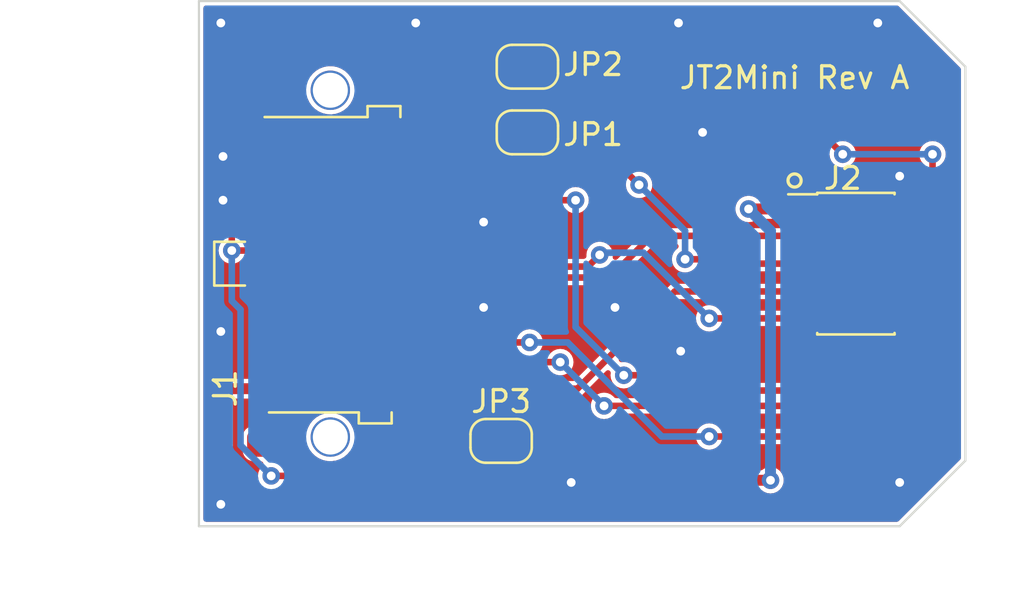
<source format=kicad_pcb>
(kicad_pcb (version 20211014) (generator pcbnew)
  (title_block (title "J-Trace to MiniSimimplicity adapter") (date "2023-06-08") (rev "A") (company "DrZWave"))
  (layers (0 "F.Cu" signal) (31 "B.Cu" signal) (34 "B.Paste" user) (35 "F.Paste" user) (36 "B.SilkS" user "B.Silkscreen") (37 "F.SilkS" user "F.Silkscreen") (38 "B.Mask" user) (39 "F.Mask" user) (44 "Edge.Cuts" user))
  (net 0 "")
  (net 1 "/TRACED3")
  (net 2 "/TX")
  (net 3 "/TRACED4")
  (net 4 "/RX")
  (net 5 "/5V")
  (net 6 "/VMCU")
  (net 7 "/SWDIO")
  (net 8 "GND")
  (net 9 "/SWCLK")
  (net 10 "/SWO_TRACED1")
  (net 14 "/RESET_N")
  (net 15 "/TRACECLK")
  (net 16 "/TRACED2")
  (footprint "JT2Mini:PinHeader_2x10_P1.27mm_Greenconn" (layer "F.Cu") (at 125 110)
    (fp_text reference "J1" (at -4.8 5.7 -90) (layer "F.SilkS"))
    (fp_text value "CBE224")
    (fp_line (start 1.3 7.3) (end 2.8 7.3) (layer "F.SilkS") (width 0.12))
    (fp_line (start 1.3 6.8) (end 1.3 7.3) (layer "F.SilkS") (width 0.12))
    (fp_line (start -5.3 -1) (end -5.3 1) (layer "F.SilkS") (width 0.12))
    (fp_line (start 1.7 -6.7) (end 1.7 -7.2) (layer "F.SilkS") (width 0.12))
    (fp_line (start 3.2 -7.2) (end 3.2 -6.7) (layer "F.SilkS") (width 0.12))
    (fp_line (start 1.7 -7.2) (end 3.2 -7.2) (layer "F.SilkS") (width 0.12))
    (fp_line (start 2.8 7.3) (end 2.8 6.8) (layer "F.SilkS") (width 0.12))
    (fp_line (start 1.7 -6.7) (end -3 -6.7) (layer "F.SilkS") (width 0.12))
    (fp_line (start -3.9 -1) (end -5.3 -1) (layer "F.SilkS") (width 0.12))
    (fp_line (start -5.3 1) (end -3.9 1) (layer "F.SilkS") (width 0.12))
    (fp_line (start -2.8 6.8) (end 1.3 6.8) (layer "F.SilkS") (width 0.12))
    (pad "" smd roundrect (at 2.55 8.225) (size 2.5 1.2) (layers "F.Cu" "F.Paste" "F.Mask"))
    (pad "" np_thru_hole circle (at 0 7.925) (size 1.8 1.8) (drill 1.6) (layers F&B.Cu *.Mask))
    (pad "" np_thru_hole circle (at 0 -7.925) (size 1.8 1.8) (drill 1.6) (layers F&B.Cu *.Mask))
    (pad "" smd roundrect (at -2.55 8.225) (size 2.5 1.2) (layers "F.Cu" "F.Paste" "F.Mask"))
    (pad "" smd roundrect (at 2.55 -8.225) (size 2.5 1.2) (layers "F.Cu" "F.Paste" "F.Mask"))
    (pad "" smd roundrect (at -2.55 -8.225) (size 2.5 1.2) (layers "F.Cu" "F.Paste" "F.Mask"))
    (pad "1" smd rect (at -1.95 5.715) (size 2.4 0.74) (layers "F.Cu" "F.Paste" "F.Mask") (net 6 "/VMCU"))
    (pad "2" smd rect (at 1.95 5.715) (size 2.4 0.74) (layers "F.Cu" "F.Paste" "F.Mask") (net 7 "/SWDIO"))
    (pad "3" smd rect (at -1.95 4.445) (size 2.4 0.74) (layers "F.Cu" "F.Paste" "F.Mask") (net 8 "GND"))
    (pad "4" smd rect (at 1.95 4.445) (size 2.4 0.74) (layers "F.Cu" "F.Paste" "F.Mask") (net 9 "/SWCLK"))
    (pad "5" smd rect (at -1.95 3.175) (size 2.4 0.74) (layers "F.Cu" "F.Paste" "F.Mask") (net 8 "GND"))
    (pad "6" smd rect (at 1.95 3.175) (size 2.4 0.74) (layers "F.Cu" "F.Paste" "F.Mask") (net 10 "/SWO_TRACED1"))
    (pad "7" smd rect (at -1.95 1.905) (size 2.4 0.74) (layers "F.Cu" "F.Paste" "F.Mask"))
    (pad "8" smd rect (at 1.95 1.905) (size 2.4 0.74) (layers "F.Cu" "F.Paste" "F.Mask"))
    (pad "9" smd rect (at -1.95 0.635) (size 2.4 0.74) (layers "F.Cu" "F.Paste" "F.Mask"))
    (pad "10" smd rect (at 1.95 0.635) (size 2.4 0.74) (layers "F.Cu" "F.Paste" "F.Mask") (net 14 "/RESET_N"))
    (pad "11" smd rect (at -1.95 -0.635) (size 2.4 0.74) (layers "F.Cu" "F.Paste" "F.Mask") (net 5 "/5V"))
    (pad "12" smd rect (at 1.95 -0.635) (size 2.4 0.74) (layers "F.Cu" "F.Paste" "F.Mask") (net 15 "/TRACECLK"))
    (pad "13" smd rect (at -1.95 -1.905) (size 2.4 0.74) (layers "F.Cu" "F.Paste" "F.Mask") (net 5 "/5V"))
    (pad "14" smd rect (at 1.95 -1.905) (size 2.4 0.74) (layers "F.Cu" "F.Paste" "F.Mask") (net 10 "/SWO_TRACED1"))
    (pad "15" smd rect (at -1.95 -3.175) (size 2.4 0.74) (layers "F.Cu" "F.Paste" "F.Mask") (net 8 "GND"))
    (pad "16" smd rect (at 1.95 -3.175) (size 2.4 0.74) (layers "F.Cu" "F.Paste" "F.Mask") (net 16 "/TRACED2"))
    (pad "17" smd rect (at -1.95 -4.445) (size 2.4 0.74) (layers "F.Cu" "F.Paste" "F.Mask") (net 8 "GND"))
    (pad "18" smd rect (at 1.95 -4.445) (size 2.4 0.74) (layers "F.Cu" "F.Paste" "F.Mask") (net 1 "/TRACED3"))
    (pad "19" smd rect (at -1.95 -5.715) (size 2.4 0.74) (layers "F.Cu" "F.Paste" "F.Mask") (net 8 "GND"))
    (pad "20" smd rect (at 1.95 -5.715) (size 2.4 0.74) (layers "F.Cu" "F.Paste" "F.Mask") (net 3 "/TRACED4"))
  )
  (footprint "Connector_PinHeader_1.27mm:PinHeader_2x05_P1.27mm_Vertical_SMD" (layer "F.Cu") (at 149 110)
    (fp_text reference "J2" (at -0.6 -3.9) (layer "F.SilkS"))
    (fp_text value "3220-10-0300-00")
    (fp_line (start -3.09 -3.17) (end -1.765 -3.17) (layer "F.SilkS") (width 0.12))
    (fp_line (start -1.765 -3.235) (end -1.765 -3.17) (layer "F.SilkS") (width 0.12))
    (fp_line (start 1.765 3.17) (end 1.765 3.235) (layer "F.SilkS") (width 0.12))
    (fp_line (start -1.765 3.17) (end -1.765 3.235) (layer "F.SilkS") (width 0.12))
    (fp_line (start 1.765 -3.235) (end 1.765 -3.17) (layer "F.SilkS") (width 0.12))
    (fp_line (start -1.765 3.235) (end 1.765 3.235) (layer "F.SilkS") (width 0.12))
    (fp_line (start -1.765 -3.235) (end 1.765 -3.235) (layer "F.SilkS") (width 0.12))
    (pad "1" smd rect (at -1.95 -2.54) (size 2.4 0.74) (layers "F.Cu" "F.Paste" "F.Mask") (net 6 "/VMCU"))
    (pad "2" smd rect (at 1.95 -2.54) (size 2.4 0.74) (layers "F.Cu" "F.Paste" "F.Mask") (net 8 "GND"))
    (pad "3" smd rect (at -1.95 -1.27) (size 2.4 0.74) (layers "F.Cu" "F.Paste" "F.Mask") (net 14 "/RESET_N"))
    (pad "4" smd rect (at 1.95 -1.27) (size 2.4 0.74) (layers "F.Cu" "F.Paste" "F.Mask") (net 4 "/RX"))
    (pad "5" smd rect (at -1.95 0) (size 2.4 0.74) (layers "F.Cu" "F.Paste" "F.Mask") (net 2 "/TX"))
    (pad "6" smd rect (at 1.95 0) (size 2.4 0.74) (layers "F.Cu" "F.Paste" "F.Mask") (net 10 "/SWO_TRACED1"))
    (pad "7" smd rect (at -1.95 1.27) (size 2.4 0.74) (layers "F.Cu" "F.Paste" "F.Mask") (net 7 "/SWDIO"))
    (pad "8" smd rect (at 1.95 1.27) (size 2.4 0.74) (layers "F.Cu" "F.Paste" "F.Mask") (net 9 "/SWCLK"))
    (pad "9" smd rect (at -1.95 2.54) (size 2.4 0.74) (layers "F.Cu" "F.Paste" "F.Mask") (net 15 "/TRACECLK"))
    (pad "10" smd rect (at 1.95 2.54) (size 2.4 0.74) (layers "F.Cu" "F.Paste" "F.Mask") (net 16 "/TRACED2"))
  )
  (footprint "Jumper:SolderJumper-2_P1.3mm_Open_RoundedPad1.0x1.5mm" (layer "F.Cu") (at 132.8 118.1)
    (fp_text reference "JP3" (at 0 -1.8) (layer "F.SilkS"))
    (fp_text value "Jumper_2_Open")
    (fp_line (start -1.4 0.3) (end -1.4 -0.3) (layer "F.SilkS") (width 0.12))
    (fp_line (start 1.4 -0.3) (end 1.4 0.3) (layer "F.SilkS") (width 0.12))
    (fp_line (start -0.7 -1) (end 0.7 -1) (layer "F.SilkS") (width 0.12))
    (fp_line (start 0.7 1) (end -0.7 1) (layer "F.SilkS") (width 0.12))
    (fp_arc (start 1.4 0.3) (mid 1.194975 0.794975) (end 0.7 1) (layer "F.SilkS") (width 0.12))
    (fp_arc (start -1.4 -0.3) (mid -1.194975 -0.794975) (end -0.7 -1) (layer "F.SilkS") (width 0.12))
    (fp_arc (start -0.7 1) (mid -1.194975 0.794975) (end -1.4 0.3) (layer "F.SilkS") (width 0.12))
    (fp_arc (start 0.7 -1) (mid 1.194975 -0.794975) (end 1.4 -0.3) (layer "F.SilkS") (width 0.12))
    (pad "1" smd custom (at -0.65 0) (size 1 0.5) (layers "F.Cu" "F.Mask") (net 5 "/5V") (options (clearance outline) (anchor rect)) (primitives (gr_circle (center 0 0.25) (end 0.5 0.25) (width 0) (fill yes)) (gr_circle (center 0 -0.25) (end 0.5 -0.25) (width 0) (fill yes)) (gr_poly (pts (xy 0.5 0.75) (xy 0 0.75) (xy 0 -0.75) (xy 0.5 -0.75)) (width 0) (fill yes))))
    (pad "2" smd custom (at 0.65 0) (size 1 0.5) (layers "F.Cu" "F.Mask") (net 6 "/VMCU") (options (clearance outline) (anchor rect)) (primitives (gr_circle (center 0 0.25) (end 0.5 0.25) (width 0) (fill yes)) (gr_circle (center 0 -0.25) (end 0.5 -0.25) (width 0) (fill yes)) (gr_poly (pts (xy 0 0.75) (xy -0.5 0.75) (xy -0.5 -0.75) (xy 0 -0.75)) (width 0) (fill yes))))
  )
  (footprint "Jumper:SolderJumper-2_P1.3mm_Open_RoundedPad1.0x1.5mm" (layer "F.Cu") (at 134 104)
    (fp_text reference "JP1" (at 3 0.1) (layer "F.SilkS"))
    (fp_text value "Jumper_2_Open" hide)
    (fp_line (start -0.7 -1) (end 0.7 -1) (layer "F.SilkS") (width 0.12))
    (fp_line (start 0.7 1) (end -0.7 1) (layer "F.SilkS") (width 0.12))
    (fp_line (start 1.4 -0.3) (end 1.4 0.3) (layer "F.SilkS") (width 0.12))
    (fp_line (start -1.4 0.3) (end -1.4 -0.3) (layer "F.SilkS") (width 0.12))
    (fp_arc (start -0.7 1) (mid -1.194975 0.794975) (end -1.4 0.3) (layer "F.SilkS") (width 0.12))
    (fp_arc (start -1.4 -0.3) (mid -1.194975 -0.794975) (end -0.7 -1) (layer "F.SilkS") (width 0.12))
    (fp_arc (start 1.4 0.3) (mid 1.194975 0.794975) (end 0.7 1) (layer "F.SilkS") (width 0.12))
    (fp_arc (start 0.7 -1) (mid 1.194975 -0.794975) (end 1.4 -0.3) (layer "F.SilkS") (width 0.12))
    (pad "1" smd custom (at -0.65 0) (size 1 0.5) (layers "F.Cu" "F.Mask") (net 1 "/TRACED3") (options (clearance outline) (anchor rect)) (primitives (gr_circle (center 0 0.25) (end 0.5 0.25) (width 0) (fill yes)) (gr_circle (center 0 -0.25) (end 0.5 -0.25) (width 0) (fill yes)) (gr_poly (pts (xy 0.5 0.75) (xy 0 0.75) (xy 0 -0.75) (xy 0.5 -0.75)) (width 0) (fill yes))))
    (pad "2" smd custom (at 0.65 0) (size 1 0.5) (layers "F.Cu" "F.Mask") (net 2 "/TX") (options (clearance outline) (anchor rect)) (primitives (gr_circle (center 0 0.25) (end 0.5 0.25) (width 0) (fill yes)) (gr_circle (center 0 -0.25) (end 0.5 -0.25) (width 0) (fill yes)) (gr_poly (pts (xy 0 0.75) (xy -0.5 0.75) (xy -0.5 -0.75) (xy 0 -0.75)) (width 0) (fill yes))))
  )
  (footprint "Jumper:SolderJumper-2_P1.3mm_Open_RoundedPad1.0x1.5mm" (layer "F.Cu") (at 134 101)
    (fp_text reference "JP2" (at 3 -0.1) (layer "F.SilkS"))
    (fp_text value "Jumper_2_Open" hide)
    (fp_line (start -1.4 0.3) (end -1.4 -0.3) (layer "F.SilkS") (width 0.12))
    (fp_line (start 0.7 1) (end -0.7 1) (layer "F.SilkS") (width 0.12))
    (fp_line (start 1.4 -0.3) (end 1.4 0.3) (layer "F.SilkS") (width 0.12))
    (fp_line (start -0.7 -1) (end 0.7 -1) (layer "F.SilkS") (width 0.12))
    (fp_arc (start 1.4 0.3) (mid 1.194975 0.794975) (end 0.7 1) (layer "F.SilkS") (width 0.12))
    (fp_arc (start 0.7 -1) (mid 1.194975 -0.794975) (end 1.4 -0.3) (layer "F.SilkS") (width 0.12))
    (fp_arc (start -1.4 -0.3) (mid -1.194975 -0.794975) (end -0.7 -1) (layer "F.SilkS") (width 0.12))
    (fp_arc (start -0.7 1) (mid -1.194975 0.794975) (end -1.4 0.3) (layer "F.SilkS") (width 0.12))
    (pad "1" smd custom (at -0.65 0) (size 1 0.5) (layers "F.Cu" "F.Mask") (net 3 "/TRACED4") (options (clearance outline) (anchor rect)) (primitives (gr_circle (center 0 0.25) (end 0.5 0.25) (width 0) (fill yes)) (gr_circle (center 0 -0.25) (end 0.5 -0.25) (width 0) (fill yes)) (gr_poly (pts (xy 0.5 0.75) (xy 0 0.75) (xy 0 -0.75) (xy 0.5 -0.75)) (width 0) (fill yes))))
    (pad "2" smd custom (at 0.65 0) (size 1 0.5) (layers "F.Cu" "F.Mask") (net 4 "/RX") (options (clearance outline) (anchor rect)) (primitives (gr_circle (center 0 0.25) (end 0.5 0.25) (width 0) (fill yes)) (gr_circle (center 0 -0.25) (end 0.5 -0.25) (width 0) (fill yes)) (gr_poly (pts (xy 0 0.75) (xy -0.5 0.75) (xy -0.5 -0.75) (xy 0 -0.75)) (width 0) (fill yes))))
  )
  (gr_circle (center 146.2 106.2) (end 146.5 106.2) (layer "F.SilkS") (width 0.15) (fill none))
  (gr_line (start 119 122) (end 151 122) (layer "Edge.Cuts") (width 0.1))
  (gr_line (start 151 98) (end 154 101) (layer "Edge.Cuts") (width 0.1))
  (gr_line (start 151 98) (end 119 98) (layer "Edge.Cuts") (width 0.1))
  (gr_line (start 154 119) (end 154 101) (layer "Edge.Cuts") (width 0.1))
  (gr_line (start 119 98) (end 119 122) (layer "Edge.Cuts") (width 0.1))
  (gr_line (start 151 122) (end 154 119) (layer "Edge.Cuts") (width 0.1))
  (gr_text "JT2Mini Rev A" (at 146.2 101.5) (layer "F.SilkS") (effects (font (size 1 1))))
  (segment (start 129.745 105.555) (end 131.3 104) (width 0.3) (layer "F.Cu") (net 1))
  (segment (start 131.3 104) (end 133.35 104) (width 0.3) (layer "F.Cu") (net 1))
  (segment (start 126.95 105.555) (end 129.745 105.555) (width 0.3) (layer "F.Cu") (net 1))
  (segment (start 144.1 109.8) (end 141.2 109.8) (width 0.3) (layer "F.Cu") (net 2))
  (segment (start 147.05 110) (end 144.3 110) (width 0.3) (layer "F.Cu") (net 2))
  (segment (start 136.7 104) (end 134.65 104) (width 0.3) (layer "F.Cu") (net 2))
  (segment (start 144.3 110) (end 144.1 109.8) (width 0.3) (layer "F.Cu") (net 2))
  (segment (start 139.1 106.4) (end 136.7 104) (width 0.3) (layer "F.Cu") (net 2))
  (via (at 139.1 106.4) (size 0.8) (drill 0.4) (layers "F.Cu" "B.Cu") (net 2))
  (via (at 141.2 109.8) (size 0.8) (drill 0.4) (layers "F.Cu" "B.Cu") (net 2))
  (segment (start 141.2 109.8) (end 141.2 108.5) (width 0.3) (layer "B.Cu") (net 2))
  (segment (start 141.2 108.5) (end 139.1 106.4) (width 0.3) (layer "B.Cu") (net 2))
  (segment (start 126.95 104.285) (end 128.715 104.285) (width 0.3) (layer "F.Cu") (net 3))
  (segment (start 132 101) (end 133.35 101) (width 0.3) (layer "F.Cu") (net 3))
  (segment (start 128.715 104.285) (end 132 101) (width 0.3) (layer "F.Cu") (net 3))
  (segment (start 151.77 108.73) (end 152.5 108) (width 0.3) (layer "F.Cu") (net 4))
  (segment (start 152.5 108) (end 152.5 105) (width 0.3) (layer "F.Cu") (net 4))
  (segment (start 144.4 101) (end 148.4 105) (width 0.3) (layer "F.Cu") (net 4))
  (segment (start 150.95 108.73) (end 151.77 108.73) (width 0.3) (layer "F.Cu") (net 4))
  (segment (start 134.65 101) (end 144.4 101) (width 0.3) (layer "F.Cu") (net 4))
  (via (at 148.4 105) (size 0.8) (drill 0.4) (layers "F.Cu" "B.Cu") (net 4))
  (via (at 152.5 105) (size 0.8) (drill 0.4) (layers "F.Cu" "B.Cu") (net 4))
  (segment (start 152.5 105) (end 148.4 105) (width 0.3) (layer "B.Cu") (net 4))
  (segment (start 122.535 109.365) (end 122.5 109.4) (width 0.3) (layer "F.Cu") (net 5))
  (segment (start 122.3 119.7) (end 131.4 119.7) (width 0.3) (layer "F.Cu") (net 5))
  (segment (start 122.5 109.4) (end 120.5 109.4) (width 0.3) (layer "F.Cu") (net 5))
  (segment (start 123.05 108.095) (end 120.905 108.095) (width 0.3) (layer "F.Cu") (net 5))
  (segment (start 120.905 108.095) (end 120.5 108.5) (width 0.3) (layer "F.Cu") (net 5))
  (segment (start 132.15 118.95) (end 132.15 118.1) (width 0.3) (layer "F.Cu") (net 5))
  (segment (start 131.4 119.7) (end 132.15 118.95) (width 0.3) (layer "F.Cu") (net 5))
  (segment (start 120.5 108.5) (end 120.5 109.4) (width 0.3) (layer "F.Cu") (net 5))
  (segment (start 123.05 109.365) (end 122.535 109.365) (width 0.3) (layer "F.Cu") (net 5))
  (via (at 122.3 119.7) (size 0.8) (drill 0.4) (layers "F.Cu" "B.Cu") (net 5))
  (via (at 120.5 109.4) (size 0.8) (drill 0.4) (layers "F.Cu" "B.Cu") (net 5))
  (segment (start 120.5 111.7) (end 120.9 112.1) (width 0.3) (layer "B.Cu") (net 5))
  (segment (start 120.9 118.3) (end 122.3 119.7) (width 0.3) (layer "B.Cu") (net 5))
  (segment (start 120.5 109.4) (end 120.5 111.7) (width 0.3) (layer "B.Cu") (net 5))
  (segment (start 120.9 112.1) (end 120.9 118.3) (width 0.3) (layer "B.Cu") (net 5))
  (segment (start 133.45 118.1) (end 137.3 118.1) (width 0.5) (layer "F.Cu") (net 6))
  (segment (start 132.8 120.6) (end 133.5 119.9) (width 0.5) (layer "F.Cu") (net 6))
  (segment (start 144.1 107.5) (end 147.01 107.5) (width 0.5) (layer "F.Cu") (net 6))
  (segment (start 120.385 115.715) (end 120.1 116) (width 0.5) (layer "F.Cu") (net 6))
  (segment (start 139.1 119.9) (end 145.1 119.9) (width 0.5) (layer "F.Cu") (net 6))
  (segment (start 137.3 118.1) (end 139.1 119.9) (width 0.5) (layer "F.Cu") (net 6))
  (segment (start 120.1 116) (end 120.1 119.2) (width 0.5) (layer "F.Cu") (net 6))
  (segment (start 121.5 120.6) (end 132.8 120.6) (width 0.5) (layer "F.Cu") (net 6))
  (segment (start 120.1 119.2) (end 121.5 120.6) (width 0.5) (layer "F.Cu") (net 6))
  (segment (start 133.5 118.15) (end 133.45 118.1) (width 0.5) (layer "F.Cu") (net 6))
  (segment (start 123.05 115.715) (end 120.385 115.715) (width 0.5) (layer "F.Cu") (net 6))
  (segment (start 147.01 107.5) (end 147.05 107.46) (width 0.5) (layer "F.Cu") (net 6))
  (segment (start 133.5 119.9) (end 133.5 118.15) (width 0.5) (layer "F.Cu") (net 6))
  (via (at 144.1 107.5) (size 0.8) (drill 0.4) (layers "F.Cu" "B.Cu") (net 6))
  (via (at 145.1 119.9) (size 0.8) (drill 0.4) (layers "F.Cu" "B.Cu") (net 6))
  (segment (start 145.1 108.5) (end 144.1 107.5) (width 0.5) (layer "B.Cu") (net 6))
  (segment (start 145.1 119.9) (end 145.1 108.5) (width 0.5) (layer "B.Cu") (net 6))
  (segment (start 136.285 115.715) (end 140.73 111.27) (width 0.3) (layer "F.Cu") (net 7))
  (segment (start 126.95 115.715) (end 136.285 115.715) (width 0.3) (layer "F.Cu") (net 7))
  (segment (start 140.73 111.27) (end 147.05 111.27) (width 0.3) (layer "F.Cu") (net 7))
  (via (at 120.1 105.1) (size 0.8) (drill 0.4) (layers "F.Cu" "B.Cu") (net 8))
  (via (at 132 112) (size 0.8) (drill 0.4) (layers "F.Cu" "B.Cu") (net 8))
  (via (at 150 99) (size 0.8) (drill 0.4) (layers "F.Cu" "B.Cu") (net 8))
  (via (at 120 113.1) (size 0.8) (drill 0.4) (layers "F.Cu" "B.Cu") (net 8))
  (via (at 142 104) (size 0.8) (drill 0.4) (layers "F.Cu" "B.Cu") (net 8))
  (via (at 132 108.1) (size 0.8) (drill 0.4) (layers "F.Cu" "B.Cu") (net 8))
  (via (at 120 121) (size 0.8) (drill 0.4) (layers "F.Cu" "B.Cu") (net 8))
  (via (at 120 99) (size 0.8) (drill 0.4) (layers "F.Cu" "B.Cu") (net 8))
  (via (at 141 114) (size 0.8) (drill 0.4) (layers "F.Cu" "B.Cu") (net 8))
  (via (at 151 120) (size 0.8) (drill 0.4) (layers "F.Cu" "B.Cu") (net 8))
  (via (at 140.9 99) (size 0.8) (drill 0.4) (layers "F.Cu" "B.Cu") (net 8))
  (via (at 138 112) (size 0.8) (drill 0.4) (layers "F.Cu" "B.Cu") (net 8))
  (via (at 128.9 99) (size 0.8) (drill 0.4) (layers "F.Cu" "B.Cu") (net 8))
  (via (at 136 120) (size 0.8) (drill 0.4) (layers "F.Cu" "B.Cu") (net 8))
  (via (at 151 106) (size 0.8) (drill 0.4) (layers "F.Cu" "B.Cu") (net 8))
  (via (at 120.1 107.1) (size 0.8) (drill 0.4) (layers "F.Cu" "B.Cu") (net 8))
  (segment (start 151.97 111.27) (end 150.95 111.27) (width 0.3) (layer "F.Cu") (net 9))
  (segment (start 137.5 116.5) (end 149.26 116.5) (width 0.3) (layer "F.Cu") (net 9))
  (segment (start 127.445 114.445) (end 126.95 114.445) (width 0.3) (layer "F.Cu") (net 9))
  (segment (start 152.5 111.8) (end 151.97 111.27) (width 0.3) (layer "F.Cu") (net 9))
  (segment (start 152.5 113.26) (end 152.5 111.8) (width 0.3) (layer "F.Cu") (net 9))
  (segment (start 127.5 114.5) (end 127.445 114.445) (width 0.3) (layer "F.Cu") (net 9))
  (segment (start 149.26 116.5) (end 152.5 113.26) (width 0.3) (layer "F.Cu") (net 9))
  (segment (start 135.5 114.5) (end 127.5 114.5) (width 0.3) (layer "F.Cu") (net 9))
  (via (at 135.5 114.5) (size 0.8) (drill 0.4) (layers "F.Cu" "B.Cu") (net 9))
  (via (at 137.5 116.5) (size 0.8) (drill 0.4) (layers "F.Cu" "B.Cu") (net 9))
  (segment (start 135.5 114.5) (end 137.5 116.5) (width 0.3) (layer "B.Cu") (net 9))
  (segment (start 125.95 113.175) (end 126.95 113.175) (width 0.3) (layer "F.Cu") (net 10))
  (segment (start 125.4 112.625) (end 125.95 113.175) (width 0.3) (layer "F.Cu") (net 10))
  (segment (start 151.8 110) (end 150.95 110) (width 0.3) (layer "F.Cu") (net 10))
  (segment (start 126.12 108.095) (end 125.4 108.815) (width 0.3) (layer "F.Cu") (net 10))
  (segment (start 153 113.467106) (end 153 111.2) (width 0.3) (layer "F.Cu") (net 10))
  (segment (start 153 111.2) (end 151.8 110) (width 0.3) (layer "F.Cu") (net 10))
  (segment (start 130.175 113.175) (end 130.3 113.3) (width 0.3) (layer "F.Cu") (net 10))
  (segment (start 126.95 108.095) (end 126.12 108.095) (width 0.3) (layer "F.Cu") (net 10))
  (segment (start 130.3 113.3) (end 130.6 113.6) (width 0.3) (layer "F.Cu") (net 10))
  (segment (start 125.4 108.815) (end 125.4 112.625) (width 0.3) (layer "F.Cu") (net 10))
  (segment (start 148.567106 117.9) (end 153 113.467106) (width 0.3) (layer "F.Cu") (net 10))
  (segment (start 142.3 117.9) (end 148.567106 117.9) (width 0.3) (layer "F.Cu") (net 10))
  (segment (start 130.6 113.6) (end 134.1 113.6) (width 0.3) (layer "F.Cu") (net 10))
  (segment (start 126.95 113.175) (end 130.175 113.175) (width 0.3) (layer "F.Cu") (net 10))
  (via (at 134.1 113.6) (size 0.8) (drill 0.4) (layers "F.Cu" "B.Cu") (net 10))
  (via (at 142.3 117.9) (size 0.8) (drill 0.4) (layers "F.Cu" "B.Cu") (net 10))
  (segment (start 140.139339 117.9) (end 142.3 117.9) (width 0.3) (layer "B.Cu") (net 10))
  (segment (start 134.1 113.6) (end 135.839339 113.6) (width 0.3) (layer "B.Cu") (net 10))
  (segment (start 135.839339 113.6) (end 140.139339 117.9) (width 0.3) (layer "B.Cu") (net 10))
  (segment (start 137.765 110.635) (end 139.67 108.73) (width 0.3) (layer "F.Cu") (net 14))
  (segment (start 126.95 110.635) (end 137.765 110.635) (width 0.3) (layer "F.Cu") (net 14))
  (segment (start 139.67 108.73) (end 147.05 108.73) (width 0.3) (layer "F.Cu") (net 14))
  (segment (start 146.94 112.54) (end 146.9 112.5) (width 0.3) (layer "F.Cu") (net 15))
  (segment (start 146.9 112.5) (end 142.3 112.5) (width 0.3) (layer "F.Cu") (net 15))
  (segment (start 147.05 112.54) (end 146.94 112.54) (width 0.3) (layer "F.Cu") (net 15))
  (segment (start 128.465 109.365) (end 129.235 110.135) (width 0.3) (layer "F.Cu") (net 15))
  (segment (start 136.765 110.135) (end 137.3 109.6) (width 0.3) (layer "F.Cu") (net 15))
  (segment (start 126.95 109.365) (end 128.465 109.365) (width 0.3) (layer "F.Cu") (net 15))
  (segment (start 129.235 110.135) (end 136.765 110.135) (width 0.3) (layer "F.Cu") (net 15))
  (via (at 142.3 112.5) (size 0.8) (drill 0.4) (layers "F.Cu" "B.Cu") (net 15))
  (via (at 137.3 109.6) (size 0.8) (drill 0.4) (layers "F.Cu" "B.Cu") (net 15))
  (segment (start 142.3 112.5) (end 139.3 109.5) (width 0.3) (layer "B.Cu") (net 15))
  (segment (start 137.4 109.5) (end 137.3 109.6) (width 0.3) (layer "B.Cu") (net 15))
  (segment (start 138.4 109.5) (end 137.4 109.5) (width 0.3) (layer "B.Cu") (net 15))
  (segment (start 139.3 109.5) (end 138.4 109.5) (width 0.3) (layer "B.Cu") (net 15))
  (segment (start 150.5 113.9) (end 148.6 115.8) (width 0.3) (layer "F.Cu") (net 16))
  (segment (start 150.95 113.45) (end 150.5 113.9) (width 0.3) (layer "F.Cu") (net 16))
  (segment (start 134.025 106.825) (end 126.95 106.825) (width 0.3) (layer "F.Cu") (net 16))
  (segment (start 141.2 115.8) (end 140.9 115.5) (width 0.3) (layer "F.Cu") (net 16))
  (segment (start 147.4 115.8) (end 141.2 115.8) (width 0.3) (layer "F.Cu") (net 16))
  (segment (start 150.95 112.54) (end 150.95 113.45) (width 0.3) (layer "F.Cu") (net 16))
  (segment (start 140.9 115.5) (end 140.5 115.1) (width 0.3) (layer "F.Cu") (net 16))
  (segment (start 136.2 107.1) (end 134.3 107.1) (width 0.3) (layer "F.Cu") (net 16))
  (segment (start 148.6 115.8) (end 147.4 115.8) (width 0.3) (layer "F.Cu") (net 16))
  (segment (start 134.3 107.1) (end 134.025 106.825) (width 0.3) (layer "F.Cu") (net 16))
  (segment (start 140.5 115.1) (end 138.4 115.1) (width 0.3) (layer "F.Cu") (net 16))
  (via (at 136.2 107.1) (size 0.8) (drill 0.4) (layers "F.Cu" "B.Cu") (net 16))
  (via (at 138.4 115.1) (size 0.8) (drill 0.4) (layers "F.Cu" "B.Cu") (net 16))
  (segment (start 138.4 115.1) (end 136.2 112.9) (width 0.3) (layer "B.Cu") (net 16))
  (segment (start 136.2 112.9) (end 136.2 107.1) (width 0.3) (layer "B.Cu") (net 16))
  (zone (net 8) (net_name "GND") (layers F&B.Cu) (connect_pads (clearance 0.2)) (min_thickness 0.254) (fill yes (thermal_gap 0.508) (thermal_bridge_width 0.508))
    (polygon (pts (xy 154 101) (xy 154 119) (xy 151 122) (xy 119 122) (xy 119 98) (xy 151.1 98)))
  )
)
</source>
